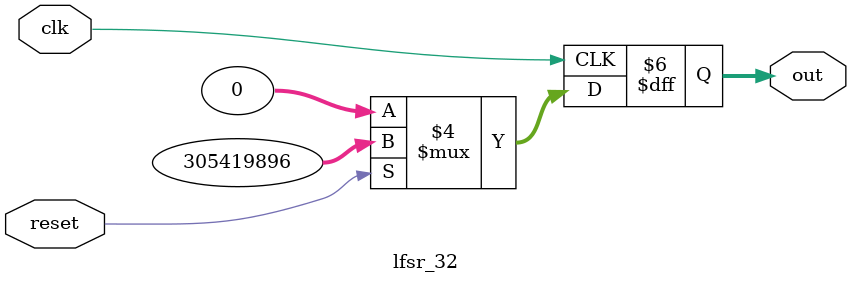
<source format=v>

module lfsr_32 (
    clk,              // clock input
    reset,            // reset input
	 out               // random output
);

input wire clk, reset;						// set as inputs
output reg [31:0] out = 32'h12345678;  // initial seed value

wire linear_feedback;

// TODO: assign polynomial to linear feedback wire
// assign linear_feedback = TODO;

always @(posedge clk)		// update on rising clock edge

	if (reset) begin 			// if reset is high
		out <= 32'h12345678;	// reset seed value
	  
	end else begin				// if reset is low
	
		// TODO: replace hard coded number with
		// some combination of output and linear feedback
		out <= 32'h00000000;
		
	end 
 
endmodule

</source>
